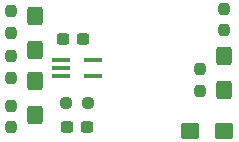
<source format=gbr>
%TF.GenerationSoftware,KiCad,Pcbnew,(6.0.0)*%
%TF.CreationDate,2022-02-18T01:59:25+09:00*%
%TF.ProjectId,mic pre,6d696320-7072-4652-9e6b-696361645f70,rev?*%
%TF.SameCoordinates,Original*%
%TF.FileFunction,Paste,Top*%
%TF.FilePolarity,Positive*%
%FSLAX46Y46*%
G04 Gerber Fmt 4.6, Leading zero omitted, Abs format (unit mm)*
G04 Created by KiCad (PCBNEW (6.0.0)) date 2022-02-18 01:59:25*
%MOMM*%
%LPD*%
G01*
G04 APERTURE LIST*
G04 Aperture macros list*
%AMRoundRect*
0 Rectangle with rounded corners*
0 $1 Rounding radius*
0 $2 $3 $4 $5 $6 $7 $8 $9 X,Y pos of 4 corners*
0 Add a 4 corners polygon primitive as box body*
4,1,4,$2,$3,$4,$5,$6,$7,$8,$9,$2,$3,0*
0 Add four circle primitives for the rounded corners*
1,1,$1+$1,$2,$3*
1,1,$1+$1,$4,$5*
1,1,$1+$1,$6,$7*
1,1,$1+$1,$8,$9*
0 Add four rect primitives between the rounded corners*
20,1,$1+$1,$2,$3,$4,$5,0*
20,1,$1+$1,$4,$5,$6,$7,0*
20,1,$1+$1,$6,$7,$8,$9,0*
20,1,$1+$1,$8,$9,$2,$3,0*%
G04 Aperture macros list end*
%ADD10RoundRect,0.237500X0.300000X0.237500X-0.300000X0.237500X-0.300000X-0.237500X0.300000X-0.237500X0*%
%ADD11RoundRect,0.250000X0.425000X-0.537500X0.425000X0.537500X-0.425000X0.537500X-0.425000X-0.537500X0*%
%ADD12RoundRect,0.237500X0.237500X-0.250000X0.237500X0.250000X-0.237500X0.250000X-0.237500X-0.250000X0*%
%ADD13RoundRect,0.237500X-0.237500X0.250000X-0.237500X-0.250000X0.237500X-0.250000X0.237500X0.250000X0*%
%ADD14RoundRect,0.237500X-0.250000X-0.237500X0.250000X-0.237500X0.250000X0.237500X-0.250000X0.237500X0*%
%ADD15R,1.500000X0.400000*%
%ADD16RoundRect,0.250000X-0.425000X0.537500X-0.425000X-0.537500X0.425000X-0.537500X0.425000X0.537500X0*%
%ADD17RoundRect,0.250000X-0.537500X-0.425000X0.537500X-0.425000X0.537500X0.425000X-0.537500X0.425000X0*%
%ADD18RoundRect,0.237500X-0.300000X-0.237500X0.300000X-0.237500X0.300000X0.237500X-0.300000X0.237500X0*%
G04 APERTURE END LIST*
D10*
%TO.C,C5*%
X148062500Y-97500000D03*
X146337500Y-97500000D03*
%TD*%
D11*
%TO.C,C6*%
X160000000Y-101875000D03*
X160000000Y-99000000D03*
%TD*%
D12*
%TO.C,R2*%
X142000000Y-100825000D03*
X142000000Y-99000000D03*
%TD*%
D13*
%TO.C,R1*%
X142000000Y-103175000D03*
X142000000Y-105000000D03*
%TD*%
D14*
%TO.C,R4*%
X146662500Y-103000000D03*
X148487500Y-103000000D03*
%TD*%
D15*
%TO.C,IC1*%
X146245000Y-99350000D03*
X146245000Y-100000000D03*
X146245000Y-100650000D03*
X148905000Y-100650000D03*
X148905000Y-99350000D03*
%TD*%
D12*
%TO.C,R6*%
X160000000Y-96812500D03*
X160000000Y-94987500D03*
%TD*%
D13*
%TO.C,R5*%
X158000000Y-100087500D03*
X158000000Y-101912500D03*
%TD*%
D16*
%TO.C,C2*%
X144000000Y-101125000D03*
X144000000Y-104000000D03*
%TD*%
D17*
%TO.C,C1*%
X157125000Y-105300000D03*
X160000000Y-105300000D03*
%TD*%
D18*
%TO.C,C4*%
X146712500Y-105000000D03*
X148437500Y-105000000D03*
%TD*%
D11*
%TO.C,C3*%
X144000000Y-98437500D03*
X144000000Y-95562500D03*
%TD*%
D12*
%TO.C,R3*%
X142000000Y-97000000D03*
X142000000Y-95175000D03*
%TD*%
M02*

</source>
